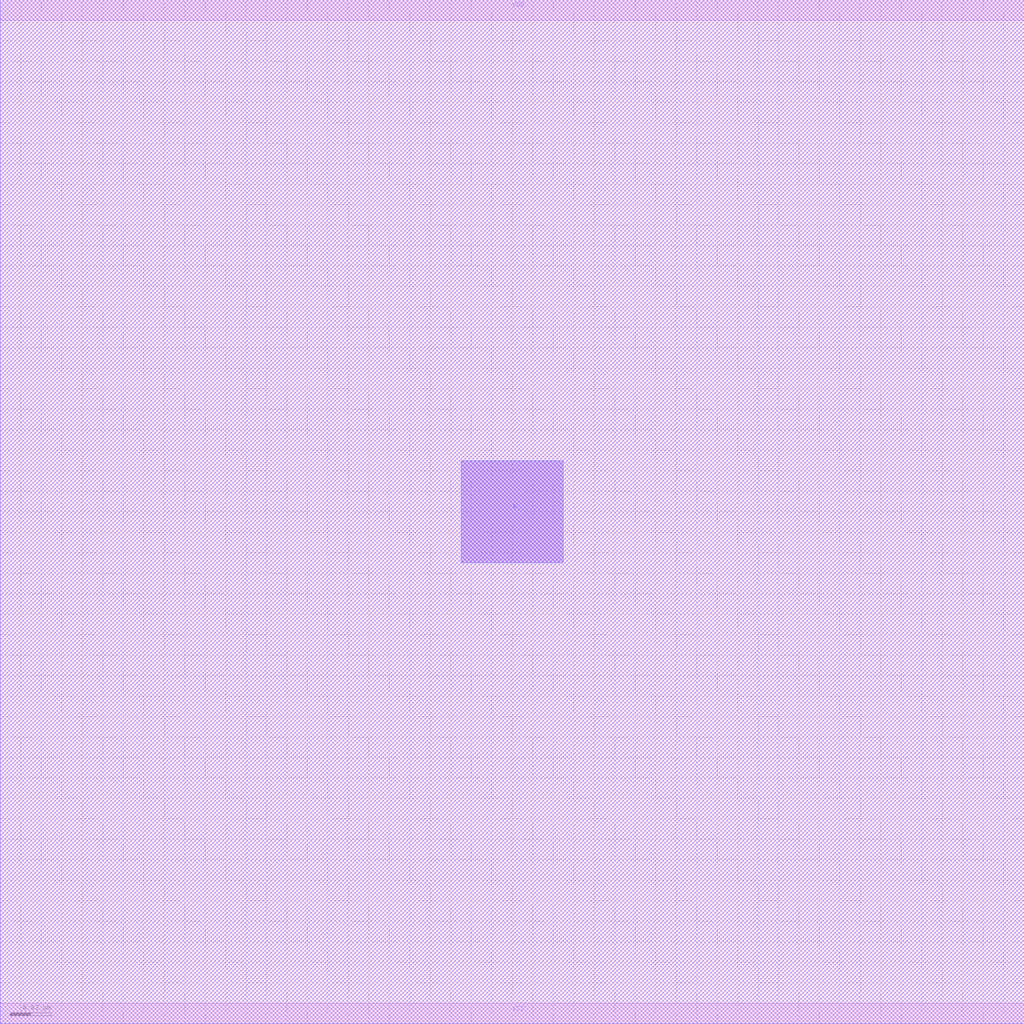
<source format=lef>

VERSION 5.8 ;
BUSBITCHARS "[]" ;
DIVIDERCHAR "/" ;

MACRO HBTvia
  CLASS CORE ;
  ORIGIN 0 0 ;
  FOREIGN HBTvia 0 0 ;
  SIZE 0.5 BY 0.5 ;
  SYMMETRY X Y ;
  SITE CORE ;

  PIN A
    DIRECTION INPUT ;
    USE SIGNAL ;
    PORT
      LAYER M1 ;
        RECT 0.225 0.225 0.275 0.275 ;
    END
  END A

  PIN Y
    DIRECTION OUTPUT ;
    USE SIGNAL ;
    PORT
      LAYER M2 ;
        RECT 0.225 0.225 0.275 0.275 ;
    END
  END Y

  PIN VDD
    DIRECTION INOUT ;
    USE POWER ;
    SHAPE ABUTMENT ;
    PORT
      LAYER M1 ;
        RECT 0 0.49 0.5 0.5 ;
    END
  END VDD

  PIN VSS
    DIRECTION INOUT ;
    USE GROUND ;
    SHAPE ABUTMENT ;
    PORT
      LAYER M1 ;
        RECT 0 0 0.5 0.01 ;
    END
  END VSS

  OBS
    LAYER VIA1 ;
      RECT 0.225 0.225 0.275 0.275 ;
    LAYER M1 ;
      RECT 0 0 0.5 0.5 ;
    LAYER M2 ;
      RECT 0 0 0.5 0.5 ;
  END
END HBTvia

</source>
